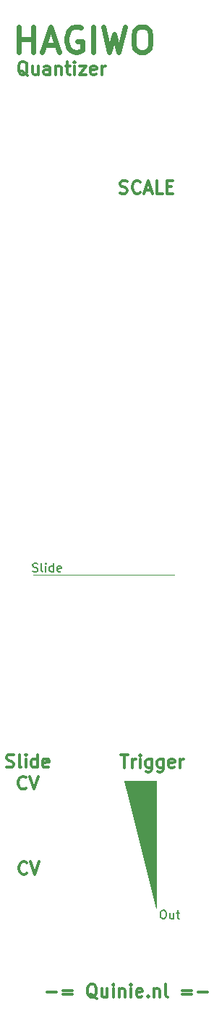
<source format=gbr>
%TF.GenerationSoftware,KiCad,Pcbnew,(5.1.6)-1*%
%TF.CreationDate,2021-07-10T18:18:22+02:00*%
%TF.ProjectId,panel,70616e65-6c2e-46b6-9963-61645f706362,rev?*%
%TF.SameCoordinates,Original*%
%TF.FileFunction,Legend,Top*%
%TF.FilePolarity,Positive*%
%FSLAX46Y46*%
G04 Gerber Fmt 4.6, Leading zero omitted, Abs format (unit mm)*
G04 Created by KiCad (PCBNEW (5.1.6)-1) date 2021-07-10 18:18:22*
%MOMM*%
%LPD*%
G01*
G04 APERTURE LIST*
%ADD10C,0.100000*%
%ADD11C,0.300000*%
%ADD12C,0.120000*%
%ADD13C,0.150000*%
%ADD14C,0.600000*%
G04 APERTURE END LIST*
D10*
G36*
X50774600Y-130225800D02*
G01*
X47015400Y-115468400D01*
X50774600Y-115468400D01*
X50774600Y-130225800D01*
G37*
X50774600Y-130225800D02*
X47015400Y-115468400D01*
X50774600Y-115468400D01*
X50774600Y-130225800D01*
D11*
X46549857Y-46835142D02*
X46764142Y-46906571D01*
X47121285Y-46906571D01*
X47264142Y-46835142D01*
X47335571Y-46763714D01*
X47407000Y-46620857D01*
X47407000Y-46478000D01*
X47335571Y-46335142D01*
X47264142Y-46263714D01*
X47121285Y-46192285D01*
X46835571Y-46120857D01*
X46692714Y-46049428D01*
X46621285Y-45978000D01*
X46549857Y-45835142D01*
X46549857Y-45692285D01*
X46621285Y-45549428D01*
X46692714Y-45478000D01*
X46835571Y-45406571D01*
X47192714Y-45406571D01*
X47407000Y-45478000D01*
X48907000Y-46763714D02*
X48835571Y-46835142D01*
X48621285Y-46906571D01*
X48478428Y-46906571D01*
X48264142Y-46835142D01*
X48121285Y-46692285D01*
X48049857Y-46549428D01*
X47978428Y-46263714D01*
X47978428Y-46049428D01*
X48049857Y-45763714D01*
X48121285Y-45620857D01*
X48264142Y-45478000D01*
X48478428Y-45406571D01*
X48621285Y-45406571D01*
X48835571Y-45478000D01*
X48907000Y-45549428D01*
X49478428Y-46478000D02*
X50192714Y-46478000D01*
X49335571Y-46906571D02*
X49835571Y-45406571D01*
X50335571Y-46906571D01*
X51549857Y-46906571D02*
X50835571Y-46906571D01*
X50835571Y-45406571D01*
X52049857Y-46120857D02*
X52549857Y-46120857D01*
X52764142Y-46906571D02*
X52049857Y-46906571D01*
X52049857Y-45406571D01*
X52764142Y-45406571D01*
D12*
X36398200Y-91389200D02*
X52908200Y-91389200D01*
D13*
X36331733Y-90981161D02*
X36474590Y-91028780D01*
X36712685Y-91028780D01*
X36807923Y-90981161D01*
X36855542Y-90933542D01*
X36903161Y-90838304D01*
X36903161Y-90743066D01*
X36855542Y-90647828D01*
X36807923Y-90600209D01*
X36712685Y-90552590D01*
X36522209Y-90504971D01*
X36426971Y-90457352D01*
X36379352Y-90409733D01*
X36331733Y-90314495D01*
X36331733Y-90219257D01*
X36379352Y-90124019D01*
X36426971Y-90076400D01*
X36522209Y-90028780D01*
X36760304Y-90028780D01*
X36903161Y-90076400D01*
X37474590Y-91028780D02*
X37379352Y-90981161D01*
X37331733Y-90885923D01*
X37331733Y-90028780D01*
X37855542Y-91028780D02*
X37855542Y-90362114D01*
X37855542Y-90028780D02*
X37807923Y-90076400D01*
X37855542Y-90124019D01*
X37903161Y-90076400D01*
X37855542Y-90028780D01*
X37855542Y-90124019D01*
X38760304Y-91028780D02*
X38760304Y-90028780D01*
X38760304Y-90981161D02*
X38665066Y-91028780D01*
X38474590Y-91028780D01*
X38379352Y-90981161D01*
X38331733Y-90933542D01*
X38284114Y-90838304D01*
X38284114Y-90552590D01*
X38331733Y-90457352D01*
X38379352Y-90409733D01*
X38474590Y-90362114D01*
X38665066Y-90362114D01*
X38760304Y-90409733D01*
X39617447Y-90981161D02*
X39522209Y-91028780D01*
X39331733Y-91028780D01*
X39236495Y-90981161D01*
X39188876Y-90885923D01*
X39188876Y-90504971D01*
X39236495Y-90409733D01*
X39331733Y-90362114D01*
X39522209Y-90362114D01*
X39617447Y-90409733D01*
X39665066Y-90504971D01*
X39665066Y-90600209D01*
X39188876Y-90695447D01*
X51516066Y-130516380D02*
X51706542Y-130516380D01*
X51801780Y-130564000D01*
X51897019Y-130659238D01*
X51944638Y-130849714D01*
X51944638Y-131183047D01*
X51897019Y-131373523D01*
X51801780Y-131468761D01*
X51706542Y-131516380D01*
X51516066Y-131516380D01*
X51420828Y-131468761D01*
X51325590Y-131373523D01*
X51277971Y-131183047D01*
X51277971Y-130849714D01*
X51325590Y-130659238D01*
X51420828Y-130564000D01*
X51516066Y-130516380D01*
X52801780Y-130849714D02*
X52801780Y-131516380D01*
X52373209Y-130849714D02*
X52373209Y-131373523D01*
X52420828Y-131468761D01*
X52516066Y-131516380D01*
X52658923Y-131516380D01*
X52754161Y-131468761D01*
X52801780Y-131421142D01*
X53135114Y-130849714D02*
X53516066Y-130849714D01*
X53277971Y-130516380D02*
X53277971Y-131373523D01*
X53325590Y-131468761D01*
X53420828Y-131516380D01*
X53516066Y-131516380D01*
D11*
X46603114Y-112386371D02*
X47460257Y-112386371D01*
X47031685Y-113886371D02*
X47031685Y-112386371D01*
X47960257Y-113886371D02*
X47960257Y-112886371D01*
X47960257Y-113172085D02*
X48031685Y-113029228D01*
X48103114Y-112957800D01*
X48245971Y-112886371D01*
X48388828Y-112886371D01*
X48888828Y-113886371D02*
X48888828Y-112886371D01*
X48888828Y-112386371D02*
X48817400Y-112457800D01*
X48888828Y-112529228D01*
X48960257Y-112457800D01*
X48888828Y-112386371D01*
X48888828Y-112529228D01*
X50245971Y-112886371D02*
X50245971Y-114100657D01*
X50174542Y-114243514D01*
X50103114Y-114314942D01*
X49960257Y-114386371D01*
X49745971Y-114386371D01*
X49603114Y-114314942D01*
X50245971Y-113814942D02*
X50103114Y-113886371D01*
X49817400Y-113886371D01*
X49674542Y-113814942D01*
X49603114Y-113743514D01*
X49531685Y-113600657D01*
X49531685Y-113172085D01*
X49603114Y-113029228D01*
X49674542Y-112957800D01*
X49817400Y-112886371D01*
X50103114Y-112886371D01*
X50245971Y-112957800D01*
X51603114Y-112886371D02*
X51603114Y-114100657D01*
X51531685Y-114243514D01*
X51460257Y-114314942D01*
X51317400Y-114386371D01*
X51103114Y-114386371D01*
X50960257Y-114314942D01*
X51603114Y-113814942D02*
X51460257Y-113886371D01*
X51174542Y-113886371D01*
X51031685Y-113814942D01*
X50960257Y-113743514D01*
X50888828Y-113600657D01*
X50888828Y-113172085D01*
X50960257Y-113029228D01*
X51031685Y-112957800D01*
X51174542Y-112886371D01*
X51460257Y-112886371D01*
X51603114Y-112957800D01*
X52888828Y-113814942D02*
X52745971Y-113886371D01*
X52460257Y-113886371D01*
X52317400Y-113814942D01*
X52245971Y-113672085D01*
X52245971Y-113100657D01*
X52317400Y-112957800D01*
X52460257Y-112886371D01*
X52745971Y-112886371D01*
X52888828Y-112957800D01*
X52960257Y-113100657D01*
X52960257Y-113243514D01*
X52245971Y-113386371D01*
X53603114Y-113886371D02*
X53603114Y-112886371D01*
X53603114Y-113172085D02*
X53674542Y-113029228D01*
X53745971Y-112957800D01*
X53888828Y-112886371D01*
X54031685Y-112886371D01*
X33237800Y-113784542D02*
X33452085Y-113855971D01*
X33809228Y-113855971D01*
X33952085Y-113784542D01*
X34023514Y-113713114D01*
X34094942Y-113570257D01*
X34094942Y-113427400D01*
X34023514Y-113284542D01*
X33952085Y-113213114D01*
X33809228Y-113141685D01*
X33523514Y-113070257D01*
X33380657Y-112998828D01*
X33309228Y-112927400D01*
X33237800Y-112784542D01*
X33237800Y-112641685D01*
X33309228Y-112498828D01*
X33380657Y-112427400D01*
X33523514Y-112355971D01*
X33880657Y-112355971D01*
X34094942Y-112427400D01*
X34952085Y-113855971D02*
X34809228Y-113784542D01*
X34737800Y-113641685D01*
X34737800Y-112355971D01*
X35523514Y-113855971D02*
X35523514Y-112855971D01*
X35523514Y-112355971D02*
X35452085Y-112427400D01*
X35523514Y-112498828D01*
X35594942Y-112427400D01*
X35523514Y-112355971D01*
X35523514Y-112498828D01*
X36880657Y-113855971D02*
X36880657Y-112355971D01*
X36880657Y-113784542D02*
X36737800Y-113855971D01*
X36452085Y-113855971D01*
X36309228Y-113784542D01*
X36237800Y-113713114D01*
X36166371Y-113570257D01*
X36166371Y-113141685D01*
X36237800Y-112998828D01*
X36309228Y-112927400D01*
X36452085Y-112855971D01*
X36737800Y-112855971D01*
X36880657Y-112927400D01*
X38166371Y-113784542D02*
X38023514Y-113855971D01*
X37737800Y-113855971D01*
X37594942Y-113784542D01*
X37523514Y-113641685D01*
X37523514Y-113070257D01*
X37594942Y-112927400D01*
X37737800Y-112855971D01*
X38023514Y-112855971D01*
X38166371Y-112927400D01*
X38237800Y-113070257D01*
X38237800Y-113213114D01*
X37523514Y-113355971D01*
X35559228Y-116263114D02*
X35487800Y-116334542D01*
X35273514Y-116405971D01*
X35130657Y-116405971D01*
X34916371Y-116334542D01*
X34773514Y-116191685D01*
X34702085Y-116048828D01*
X34630657Y-115763114D01*
X34630657Y-115548828D01*
X34702085Y-115263114D01*
X34773514Y-115120257D01*
X34916371Y-114977400D01*
X35130657Y-114905971D01*
X35273514Y-114905971D01*
X35487800Y-114977400D01*
X35559228Y-115048828D01*
X35987800Y-114905971D02*
X36487800Y-116405971D01*
X36987800Y-114905971D01*
X35635428Y-126214914D02*
X35564000Y-126286342D01*
X35349714Y-126357771D01*
X35206857Y-126357771D01*
X34992571Y-126286342D01*
X34849714Y-126143485D01*
X34778285Y-126000628D01*
X34706857Y-125714914D01*
X34706857Y-125500628D01*
X34778285Y-125214914D01*
X34849714Y-125072057D01*
X34992571Y-124929200D01*
X35206857Y-124857771D01*
X35349714Y-124857771D01*
X35564000Y-124929200D01*
X35635428Y-125000628D01*
X36064000Y-124857771D02*
X36564000Y-126357771D01*
X37064000Y-124857771D01*
X37967828Y-140086542D02*
X39110685Y-140086542D01*
X39824971Y-139872257D02*
X40967828Y-139872257D01*
X40967828Y-140300828D02*
X39824971Y-140300828D01*
X43824971Y-140800828D02*
X43682114Y-140729400D01*
X43539257Y-140586542D01*
X43324971Y-140372257D01*
X43182114Y-140300828D01*
X43039257Y-140300828D01*
X43110685Y-140657971D02*
X42967828Y-140586542D01*
X42824971Y-140443685D01*
X42753542Y-140157971D01*
X42753542Y-139657971D01*
X42824971Y-139372257D01*
X42967828Y-139229400D01*
X43110685Y-139157971D01*
X43396400Y-139157971D01*
X43539257Y-139229400D01*
X43682114Y-139372257D01*
X43753542Y-139657971D01*
X43753542Y-140157971D01*
X43682114Y-140443685D01*
X43539257Y-140586542D01*
X43396400Y-140657971D01*
X43110685Y-140657971D01*
X45039257Y-139657971D02*
X45039257Y-140657971D01*
X44396400Y-139657971D02*
X44396400Y-140443685D01*
X44467828Y-140586542D01*
X44610685Y-140657971D01*
X44824971Y-140657971D01*
X44967828Y-140586542D01*
X45039257Y-140515114D01*
X45753542Y-140657971D02*
X45753542Y-139657971D01*
X45753542Y-139157971D02*
X45682114Y-139229400D01*
X45753542Y-139300828D01*
X45824971Y-139229400D01*
X45753542Y-139157971D01*
X45753542Y-139300828D01*
X46467828Y-139657971D02*
X46467828Y-140657971D01*
X46467828Y-139800828D02*
X46539257Y-139729400D01*
X46682114Y-139657971D01*
X46896400Y-139657971D01*
X47039257Y-139729400D01*
X47110685Y-139872257D01*
X47110685Y-140657971D01*
X47824971Y-140657971D02*
X47824971Y-139657971D01*
X47824971Y-139157971D02*
X47753542Y-139229400D01*
X47824971Y-139300828D01*
X47896400Y-139229400D01*
X47824971Y-139157971D01*
X47824971Y-139300828D01*
X49110685Y-140586542D02*
X48967828Y-140657971D01*
X48682114Y-140657971D01*
X48539257Y-140586542D01*
X48467828Y-140443685D01*
X48467828Y-139872257D01*
X48539257Y-139729400D01*
X48682114Y-139657971D01*
X48967828Y-139657971D01*
X49110685Y-139729400D01*
X49182114Y-139872257D01*
X49182114Y-140015114D01*
X48467828Y-140157971D01*
X49824971Y-140515114D02*
X49896400Y-140586542D01*
X49824971Y-140657971D01*
X49753542Y-140586542D01*
X49824971Y-140515114D01*
X49824971Y-140657971D01*
X50539257Y-139657971D02*
X50539257Y-140657971D01*
X50539257Y-139800828D02*
X50610685Y-139729400D01*
X50753542Y-139657971D01*
X50967828Y-139657971D01*
X51110685Y-139729400D01*
X51182114Y-139872257D01*
X51182114Y-140657971D01*
X52110685Y-140657971D02*
X51967828Y-140586542D01*
X51896400Y-140443685D01*
X51896400Y-139157971D01*
X53824971Y-139872257D02*
X54967828Y-139872257D01*
X54967828Y-140300828D02*
X53824971Y-140300828D01*
X55682114Y-140086542D02*
X56824971Y-140086542D01*
X35735914Y-33155628D02*
X35593057Y-33084200D01*
X35450200Y-32941342D01*
X35235914Y-32727057D01*
X35093057Y-32655628D01*
X34950200Y-32655628D01*
X35021628Y-33012771D02*
X34878771Y-32941342D01*
X34735914Y-32798485D01*
X34664485Y-32512771D01*
X34664485Y-32012771D01*
X34735914Y-31727057D01*
X34878771Y-31584200D01*
X35021628Y-31512771D01*
X35307342Y-31512771D01*
X35450200Y-31584200D01*
X35593057Y-31727057D01*
X35664485Y-32012771D01*
X35664485Y-32512771D01*
X35593057Y-32798485D01*
X35450200Y-32941342D01*
X35307342Y-33012771D01*
X35021628Y-33012771D01*
X36950200Y-32012771D02*
X36950200Y-33012771D01*
X36307342Y-32012771D02*
X36307342Y-32798485D01*
X36378771Y-32941342D01*
X36521628Y-33012771D01*
X36735914Y-33012771D01*
X36878771Y-32941342D01*
X36950200Y-32869914D01*
X38307342Y-33012771D02*
X38307342Y-32227057D01*
X38235914Y-32084200D01*
X38093057Y-32012771D01*
X37807342Y-32012771D01*
X37664485Y-32084200D01*
X38307342Y-32941342D02*
X38164485Y-33012771D01*
X37807342Y-33012771D01*
X37664485Y-32941342D01*
X37593057Y-32798485D01*
X37593057Y-32655628D01*
X37664485Y-32512771D01*
X37807342Y-32441342D01*
X38164485Y-32441342D01*
X38307342Y-32369914D01*
X39021628Y-32012771D02*
X39021628Y-33012771D01*
X39021628Y-32155628D02*
X39093057Y-32084200D01*
X39235914Y-32012771D01*
X39450200Y-32012771D01*
X39593057Y-32084200D01*
X39664485Y-32227057D01*
X39664485Y-33012771D01*
X40164485Y-32012771D02*
X40735914Y-32012771D01*
X40378771Y-31512771D02*
X40378771Y-32798485D01*
X40450200Y-32941342D01*
X40593057Y-33012771D01*
X40735914Y-33012771D01*
X41235914Y-33012771D02*
X41235914Y-32012771D01*
X41235914Y-31512771D02*
X41164485Y-31584200D01*
X41235914Y-31655628D01*
X41307342Y-31584200D01*
X41235914Y-31512771D01*
X41235914Y-31655628D01*
X41807342Y-32012771D02*
X42593057Y-32012771D01*
X41807342Y-33012771D01*
X42593057Y-33012771D01*
X43735914Y-32941342D02*
X43593057Y-33012771D01*
X43307342Y-33012771D01*
X43164485Y-32941342D01*
X43093057Y-32798485D01*
X43093057Y-32227057D01*
X43164485Y-32084200D01*
X43307342Y-32012771D01*
X43593057Y-32012771D01*
X43735914Y-32084200D01*
X43807342Y-32227057D01*
X43807342Y-32369914D01*
X43093057Y-32512771D01*
X44450200Y-33012771D02*
X44450200Y-32012771D01*
X44450200Y-32298485D02*
X44521628Y-32155628D01*
X44593057Y-32084200D01*
X44735914Y-32012771D01*
X44878771Y-32012771D01*
D14*
X34699085Y-30440142D02*
X34699085Y-27440142D01*
X34699085Y-28868714D02*
X36413371Y-28868714D01*
X36413371Y-30440142D02*
X36413371Y-27440142D01*
X37699085Y-29583000D02*
X39127657Y-29583000D01*
X37413371Y-30440142D02*
X38413371Y-27440142D01*
X39413371Y-30440142D01*
X41984800Y-27583000D02*
X41699085Y-27440142D01*
X41270514Y-27440142D01*
X40841942Y-27583000D01*
X40556228Y-27868714D01*
X40413371Y-28154428D01*
X40270514Y-28725857D01*
X40270514Y-29154428D01*
X40413371Y-29725857D01*
X40556228Y-30011571D01*
X40841942Y-30297285D01*
X41270514Y-30440142D01*
X41556228Y-30440142D01*
X41984800Y-30297285D01*
X42127657Y-30154428D01*
X42127657Y-29154428D01*
X41556228Y-29154428D01*
X43413371Y-30440142D02*
X43413371Y-27440142D01*
X44556228Y-27440142D02*
X45270514Y-30440142D01*
X45841942Y-28297285D01*
X46413371Y-30440142D01*
X47127657Y-27440142D01*
X48841942Y-27440142D02*
X49413371Y-27440142D01*
X49699085Y-27583000D01*
X49984800Y-27868714D01*
X50127657Y-28440142D01*
X50127657Y-29440142D01*
X49984800Y-30011571D01*
X49699085Y-30297285D01*
X49413371Y-30440142D01*
X48841942Y-30440142D01*
X48556228Y-30297285D01*
X48270514Y-30011571D01*
X48127657Y-29440142D01*
X48127657Y-28440142D01*
X48270514Y-27868714D01*
X48556228Y-27583000D01*
X48841942Y-27440142D01*
M02*

</source>
